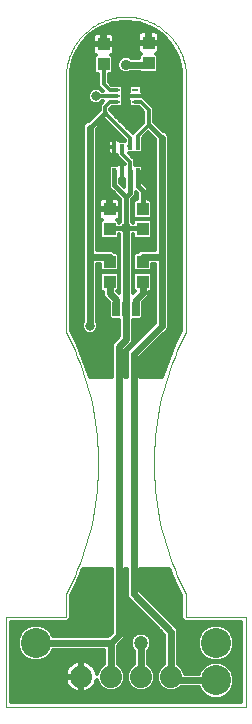
<source format=gtl>
G75*
%MOIN*%
%OFA0B0*%
%FSLAX25Y25*%
%IPPOS*%
%LPD*%
%AMOC8*
5,1,8,0,0,1.08239X$1,22.5*
%
%ADD10C,0.00000*%
%ADD11R,0.03937X0.04331*%
%ADD12C,0.07400*%
%ADD13R,0.02000X0.00980*%
%ADD14R,0.01378X0.01969*%
%ADD15R,0.02500X0.05000*%
%ADD16C,0.03169*%
%ADD17C,0.01200*%
%ADD18C,0.10000*%
%ADD19C,0.02400*%
%ADD20C,0.01600*%
%ADD21C,0.04724*%
%ADD22C,0.03562*%
D10*
X0047595Y0040183D02*
X0047595Y0070183D01*
X0067595Y0070183D01*
X0067595Y0077683D01*
X0047595Y0040183D02*
X0127595Y0040183D01*
X0127595Y0070183D01*
X0107595Y0070183D01*
X0107595Y0077683D01*
X0106569Y0079712D01*
X0105592Y0081765D01*
X0104665Y0083842D01*
X0103788Y0085939D01*
X0102962Y0088058D01*
X0102187Y0090195D01*
X0101463Y0092351D01*
X0100791Y0094523D01*
X0100171Y0096711D01*
X0099604Y0098912D01*
X0099090Y0101127D01*
X0098630Y0103354D01*
X0098223Y0105591D01*
X0097870Y0107837D01*
X0097570Y0110091D01*
X0097325Y0112352D01*
X0097134Y0114617D01*
X0096998Y0116887D01*
X0096916Y0119159D01*
X0096889Y0121433D01*
X0096916Y0123707D01*
X0096998Y0125979D01*
X0097134Y0128249D01*
X0097325Y0130514D01*
X0097570Y0132775D01*
X0097870Y0135029D01*
X0098223Y0137275D01*
X0098630Y0139512D01*
X0099090Y0141739D01*
X0099604Y0143954D01*
X0100171Y0146155D01*
X0100791Y0148343D01*
X0101463Y0150515D01*
X0102187Y0152671D01*
X0102962Y0154808D01*
X0103788Y0156927D01*
X0104665Y0159024D01*
X0105592Y0161101D01*
X0106569Y0163154D01*
X0107595Y0165183D01*
X0107595Y0250183D01*
X0107589Y0250670D01*
X0107571Y0251157D01*
X0107542Y0251643D01*
X0107500Y0252128D01*
X0107447Y0252612D01*
X0107382Y0253095D01*
X0107305Y0253576D01*
X0107217Y0254055D01*
X0107117Y0254532D01*
X0107005Y0255006D01*
X0106882Y0255477D01*
X0106747Y0255945D01*
X0106601Y0256410D01*
X0106444Y0256871D01*
X0106275Y0257328D01*
X0106096Y0257780D01*
X0105905Y0258229D01*
X0105704Y0258672D01*
X0105492Y0259111D01*
X0105269Y0259544D01*
X0105036Y0259971D01*
X0104792Y0260393D01*
X0104539Y0260809D01*
X0104275Y0261218D01*
X0104001Y0261621D01*
X0103718Y0262017D01*
X0103425Y0262406D01*
X0103123Y0262788D01*
X0102811Y0263163D01*
X0102490Y0263529D01*
X0102161Y0263888D01*
X0101823Y0264239D01*
X0101476Y0264581D01*
X0101122Y0264915D01*
X0100759Y0265240D01*
X0100388Y0265556D01*
X0100010Y0265863D01*
X0099625Y0266161D01*
X0099232Y0266449D01*
X0098833Y0266727D01*
X0098426Y0266996D01*
X0098014Y0267255D01*
X0097595Y0267504D01*
X0097170Y0267742D01*
X0096740Y0267970D01*
X0096304Y0268187D01*
X0095863Y0268394D01*
X0095417Y0268590D01*
X0094967Y0268775D01*
X0094512Y0268949D01*
X0094053Y0269112D01*
X0093590Y0269263D01*
X0093123Y0269404D01*
X0092654Y0269533D01*
X0092181Y0269650D01*
X0091706Y0269756D01*
X0091228Y0269850D01*
X0090748Y0269933D01*
X0090266Y0270004D01*
X0089782Y0270063D01*
X0089298Y0270110D01*
X0088812Y0270146D01*
X0088325Y0270170D01*
X0087839Y0270182D01*
X0087351Y0270182D01*
X0086865Y0270170D01*
X0086378Y0270146D01*
X0085892Y0270110D01*
X0085408Y0270063D01*
X0084924Y0270004D01*
X0084442Y0269933D01*
X0083962Y0269850D01*
X0083484Y0269756D01*
X0083009Y0269650D01*
X0082536Y0269533D01*
X0082067Y0269404D01*
X0081600Y0269263D01*
X0081137Y0269112D01*
X0080678Y0268949D01*
X0080223Y0268775D01*
X0079773Y0268590D01*
X0079327Y0268394D01*
X0078886Y0268187D01*
X0078450Y0267970D01*
X0078020Y0267742D01*
X0077595Y0267504D01*
X0077176Y0267255D01*
X0076764Y0266996D01*
X0076357Y0266727D01*
X0075958Y0266449D01*
X0075565Y0266161D01*
X0075180Y0265863D01*
X0074802Y0265556D01*
X0074431Y0265240D01*
X0074068Y0264915D01*
X0073714Y0264581D01*
X0073367Y0264239D01*
X0073029Y0263888D01*
X0072700Y0263529D01*
X0072379Y0263163D01*
X0072067Y0262788D01*
X0071765Y0262406D01*
X0071472Y0262017D01*
X0071189Y0261621D01*
X0070915Y0261218D01*
X0070651Y0260809D01*
X0070398Y0260393D01*
X0070154Y0259971D01*
X0069921Y0259544D01*
X0069698Y0259111D01*
X0069486Y0258672D01*
X0069285Y0258229D01*
X0069094Y0257780D01*
X0068915Y0257328D01*
X0068746Y0256871D01*
X0068589Y0256410D01*
X0068443Y0255945D01*
X0068308Y0255477D01*
X0068185Y0255006D01*
X0068073Y0254532D01*
X0067973Y0254055D01*
X0067885Y0253576D01*
X0067808Y0253095D01*
X0067743Y0252612D01*
X0067690Y0252128D01*
X0067648Y0251643D01*
X0067619Y0251157D01*
X0067601Y0250670D01*
X0067595Y0250183D01*
X0067595Y0165183D01*
X0068621Y0163154D01*
X0069598Y0161101D01*
X0070525Y0159024D01*
X0071402Y0156927D01*
X0072228Y0154808D01*
X0073003Y0152671D01*
X0073727Y0150515D01*
X0074399Y0148343D01*
X0075019Y0146155D01*
X0075586Y0143954D01*
X0076100Y0141739D01*
X0076560Y0139512D01*
X0076967Y0137275D01*
X0077320Y0135029D01*
X0077620Y0132775D01*
X0077865Y0130514D01*
X0078056Y0128249D01*
X0078192Y0125979D01*
X0078274Y0123707D01*
X0078301Y0121433D01*
X0078274Y0119159D01*
X0078192Y0116887D01*
X0078056Y0114617D01*
X0077865Y0112352D01*
X0077620Y0110091D01*
X0077320Y0107837D01*
X0076967Y0105591D01*
X0076560Y0103354D01*
X0076100Y0101127D01*
X0075586Y0098912D01*
X0075019Y0096711D01*
X0074399Y0094523D01*
X0073727Y0092351D01*
X0073003Y0090195D01*
X0072228Y0088058D01*
X0071402Y0085939D01*
X0070525Y0083842D01*
X0069598Y0081765D01*
X0068621Y0079712D01*
X0067595Y0077683D01*
D11*
X0082095Y0181837D03*
X0082095Y0188530D03*
X0082095Y0199337D03*
X0082095Y0206030D03*
X0093095Y0206030D03*
X0093095Y0199337D03*
X0093095Y0188530D03*
X0093095Y0181837D03*
X0095095Y0254837D03*
X0095095Y0261530D03*
X0080095Y0261030D03*
X0080095Y0254337D03*
D12*
X0082595Y0050183D03*
X0072595Y0050183D03*
X0092595Y0050183D03*
X0102595Y0050183D03*
D13*
X0090745Y0241723D03*
X0090745Y0243670D03*
X0090745Y0245675D03*
X0084538Y0245675D03*
X0084538Y0243670D03*
X0084538Y0241723D03*
D14*
X0083757Y0226719D03*
X0086316Y0226719D03*
X0088875Y0226719D03*
X0091434Y0226719D03*
X0091434Y0218648D03*
X0088875Y0218648D03*
X0086316Y0218648D03*
X0083757Y0218648D03*
D15*
X0084395Y0172683D03*
X0087595Y0172683D03*
X0090795Y0172683D03*
D16*
X0097595Y0157683D03*
X0093095Y0194183D03*
X0082095Y0194183D03*
X0075595Y0167183D03*
X0077595Y0157683D03*
X0079595Y0222683D03*
X0077595Y0243683D03*
X0095595Y0222683D03*
X0097595Y0243683D03*
X0097595Y0080183D03*
X0077595Y0080183D03*
D17*
X0082795Y0079771D02*
X0070486Y0079771D01*
X0069862Y0078573D02*
X0082795Y0078573D01*
X0082795Y0077374D02*
X0069238Y0077374D01*
X0069195Y0077292D02*
X0071687Y0082078D01*
X0073232Y0086183D01*
X0082795Y0086183D01*
X0082795Y0064886D01*
X0081642Y0063733D01*
X0063245Y0063733D01*
X0062766Y0064888D01*
X0061051Y0066604D01*
X0058809Y0067533D01*
X0056382Y0067533D01*
X0054140Y0066604D01*
X0052424Y0064888D01*
X0051495Y0062646D01*
X0051495Y0060220D01*
X0052424Y0057978D01*
X0054140Y0056262D01*
X0056382Y0055333D01*
X0058809Y0055333D01*
X0061051Y0056262D01*
X0062766Y0057978D01*
X0063245Y0059133D01*
X0080295Y0059133D01*
X0080295Y0054426D01*
X0079876Y0054252D01*
X0078526Y0052902D01*
X0077806Y0051164D01*
X0077765Y0051424D01*
X0077507Y0052218D01*
X0077128Y0052961D01*
X0076638Y0053636D01*
X0076048Y0054226D01*
X0075373Y0054716D01*
X0074630Y0055095D01*
X0073836Y0055353D01*
X0073012Y0055483D01*
X0072995Y0055483D01*
X0072995Y0050583D01*
X0072195Y0050583D01*
X0072195Y0049783D01*
X0067295Y0049783D01*
X0067295Y0049766D01*
X0067426Y0048942D01*
X0067683Y0048149D01*
X0068062Y0047405D01*
X0068553Y0046730D01*
X0069142Y0046140D01*
X0069817Y0045650D01*
X0070561Y0045271D01*
X0071354Y0045014D01*
X0072178Y0044883D01*
X0072195Y0044883D01*
X0072195Y0049783D01*
X0072995Y0049783D01*
X0072995Y0044883D01*
X0073012Y0044883D01*
X0073836Y0045014D01*
X0074630Y0045271D01*
X0075373Y0045650D01*
X0076048Y0046140D01*
X0076638Y0046730D01*
X0077128Y0047405D01*
X0077507Y0048149D01*
X0077765Y0048942D01*
X0077806Y0049202D01*
X0078526Y0047464D01*
X0079876Y0046114D01*
X0081640Y0045383D01*
X0083550Y0045383D01*
X0085314Y0046114D01*
X0086664Y0047464D01*
X0087395Y0049228D01*
X0087395Y0051138D01*
X0086664Y0052902D01*
X0085314Y0054252D01*
X0084895Y0054426D01*
X0084895Y0060480D01*
X0086048Y0061633D01*
X0087395Y0062980D01*
X0087395Y0086183D01*
X0087795Y0086183D01*
X0087795Y0076730D01*
X0089142Y0075383D01*
X0100295Y0064230D01*
X0100295Y0054426D01*
X0099876Y0054252D01*
X0098526Y0052902D01*
X0097795Y0051138D01*
X0097795Y0049228D01*
X0098526Y0047464D01*
X0099876Y0046114D01*
X0101640Y0045383D01*
X0103550Y0045383D01*
X0105314Y0046114D01*
X0105833Y0046633D01*
X0111945Y0046633D01*
X0112424Y0045478D01*
X0114140Y0043762D01*
X0116382Y0042833D01*
X0118809Y0042833D01*
X0121051Y0043762D01*
X0122766Y0045478D01*
X0123695Y0047720D01*
X0123695Y0050146D01*
X0122766Y0052388D01*
X0121051Y0054104D01*
X0118809Y0055033D01*
X0116382Y0055033D01*
X0114140Y0054104D01*
X0112424Y0052388D01*
X0111945Y0051233D01*
X0107356Y0051233D01*
X0106664Y0052902D01*
X0105314Y0054252D01*
X0104895Y0054426D01*
X0104895Y0066136D01*
X0092395Y0078636D01*
X0092395Y0086183D01*
X0101958Y0086183D01*
X0103504Y0082078D01*
X0105995Y0077292D01*
X0105995Y0069520D01*
X0106932Y0068583D01*
X0125995Y0068583D01*
X0125995Y0041783D01*
X0049195Y0041783D01*
X0049195Y0068583D01*
X0068258Y0068583D01*
X0069195Y0069520D01*
X0069195Y0077292D01*
X0069195Y0076176D02*
X0082795Y0076176D01*
X0082795Y0074977D02*
X0069195Y0074977D01*
X0069195Y0073779D02*
X0082795Y0073779D01*
X0082795Y0072580D02*
X0069195Y0072580D01*
X0069195Y0071382D02*
X0082795Y0071382D01*
X0082795Y0070183D02*
X0069195Y0070183D01*
X0068659Y0068985D02*
X0082795Y0068985D01*
X0082795Y0067786D02*
X0049195Y0067786D01*
X0049195Y0066588D02*
X0054123Y0066588D01*
X0052924Y0065389D02*
X0049195Y0065389D01*
X0049195Y0064191D02*
X0052135Y0064191D01*
X0051638Y0062992D02*
X0049195Y0062992D01*
X0049195Y0061793D02*
X0051495Y0061793D01*
X0051495Y0060595D02*
X0049195Y0060595D01*
X0049195Y0059396D02*
X0051836Y0059396D01*
X0052333Y0058198D02*
X0049195Y0058198D01*
X0049195Y0056999D02*
X0053402Y0056999D01*
X0055252Y0055801D02*
X0049195Y0055801D01*
X0049195Y0054602D02*
X0069661Y0054602D01*
X0069817Y0054716D02*
X0069142Y0054226D01*
X0068553Y0053636D01*
X0068062Y0052961D01*
X0067683Y0052218D01*
X0067426Y0051424D01*
X0067295Y0050600D01*
X0067295Y0050583D01*
X0072195Y0050583D01*
X0072195Y0055483D01*
X0072178Y0055483D01*
X0071354Y0055353D01*
X0070561Y0055095D01*
X0069817Y0054716D01*
X0072195Y0054602D02*
X0072995Y0054602D01*
X0072995Y0053404D02*
X0072195Y0053404D01*
X0072195Y0052205D02*
X0072995Y0052205D01*
X0072995Y0051007D02*
X0072195Y0051007D01*
X0072195Y0049808D02*
X0049195Y0049808D01*
X0049195Y0048610D02*
X0067534Y0048610D01*
X0068059Y0047411D02*
X0049195Y0047411D01*
X0049195Y0046213D02*
X0069070Y0046213D01*
X0067360Y0051007D02*
X0049195Y0051007D01*
X0049195Y0052205D02*
X0067679Y0052205D01*
X0068384Y0053404D02*
X0049195Y0053404D01*
X0049195Y0045014D02*
X0071352Y0045014D01*
X0072195Y0045014D02*
X0072995Y0045014D01*
X0073839Y0045014D02*
X0112887Y0045014D01*
X0112119Y0046213D02*
X0105413Y0046213D01*
X0106953Y0052205D02*
X0112348Y0052205D01*
X0113439Y0053404D02*
X0106162Y0053404D01*
X0104895Y0054602D02*
X0115342Y0054602D01*
X0115252Y0055801D02*
X0104895Y0055801D01*
X0104895Y0056999D02*
X0113402Y0056999D01*
X0114140Y0056262D02*
X0112424Y0057978D01*
X0111495Y0060220D01*
X0111495Y0062646D01*
X0112424Y0064888D01*
X0114140Y0066604D01*
X0116382Y0067533D01*
X0118809Y0067533D01*
X0121051Y0066604D01*
X0122766Y0064888D01*
X0123695Y0062646D01*
X0123695Y0060220D01*
X0122766Y0057978D01*
X0121051Y0056262D01*
X0118809Y0055333D01*
X0116382Y0055333D01*
X0114140Y0056262D01*
X0112333Y0058198D02*
X0104895Y0058198D01*
X0104895Y0059396D02*
X0111836Y0059396D01*
X0111495Y0060595D02*
X0104895Y0060595D01*
X0104895Y0061793D02*
X0111495Y0061793D01*
X0111638Y0062992D02*
X0104895Y0062992D01*
X0104895Y0064191D02*
X0112135Y0064191D01*
X0112924Y0065389D02*
X0104895Y0065389D01*
X0104443Y0066588D02*
X0114123Y0066588D01*
X0119938Y0055801D02*
X0125995Y0055801D01*
X0125995Y0056999D02*
X0121788Y0056999D01*
X0122858Y0058198D02*
X0125995Y0058198D01*
X0125995Y0059396D02*
X0123354Y0059396D01*
X0123695Y0060595D02*
X0125995Y0060595D01*
X0125995Y0061793D02*
X0123695Y0061793D01*
X0123552Y0062992D02*
X0125995Y0062992D01*
X0125995Y0064191D02*
X0123056Y0064191D01*
X0122266Y0065389D02*
X0125995Y0065389D01*
X0125995Y0066588D02*
X0121067Y0066588D01*
X0125995Y0067786D02*
X0103245Y0067786D01*
X0102046Y0068985D02*
X0106531Y0068985D01*
X0105995Y0070183D02*
X0100848Y0070183D01*
X0099649Y0071382D02*
X0105995Y0071382D01*
X0105995Y0072580D02*
X0098451Y0072580D01*
X0097252Y0073779D02*
X0105995Y0073779D01*
X0105995Y0074977D02*
X0096054Y0074977D01*
X0094855Y0076176D02*
X0105995Y0076176D01*
X0105952Y0077374D02*
X0093657Y0077374D01*
X0092458Y0078573D02*
X0105328Y0078573D01*
X0104704Y0079771D02*
X0092395Y0079771D01*
X0092395Y0080970D02*
X0104080Y0080970D01*
X0103470Y0082168D02*
X0092395Y0082168D01*
X0092395Y0083367D02*
X0103018Y0083367D01*
X0102567Y0084565D02*
X0092395Y0084565D01*
X0092395Y0085764D02*
X0102116Y0085764D01*
X0094342Y0070183D02*
X0087395Y0070183D01*
X0087395Y0068985D02*
X0095541Y0068985D01*
X0096739Y0067786D02*
X0087395Y0067786D01*
X0087395Y0066588D02*
X0097938Y0066588D01*
X0099136Y0065389D02*
X0087395Y0065389D01*
X0087395Y0064191D02*
X0090456Y0064191D01*
X0090634Y0064368D02*
X0089660Y0063394D01*
X0089133Y0062122D01*
X0089133Y0060744D01*
X0089660Y0059472D01*
X0090295Y0058837D01*
X0090295Y0054426D01*
X0089876Y0054252D01*
X0088526Y0052902D01*
X0087795Y0051138D01*
X0087795Y0049228D01*
X0088526Y0047464D01*
X0089876Y0046114D01*
X0091640Y0045383D01*
X0093550Y0045383D01*
X0095314Y0046114D01*
X0096664Y0047464D01*
X0097395Y0049228D01*
X0097395Y0051138D01*
X0096664Y0052902D01*
X0095314Y0054252D01*
X0094895Y0054426D01*
X0094895Y0058837D01*
X0095530Y0059472D01*
X0096057Y0060744D01*
X0096057Y0062122D01*
X0095530Y0063394D01*
X0094556Y0064368D01*
X0093284Y0064895D01*
X0091906Y0064895D01*
X0090634Y0064368D01*
X0089493Y0062992D02*
X0087395Y0062992D01*
X0086208Y0061793D02*
X0089133Y0061793D01*
X0089195Y0060595D02*
X0085010Y0060595D01*
X0084895Y0059396D02*
X0089735Y0059396D01*
X0090295Y0058198D02*
X0084895Y0058198D01*
X0084895Y0056999D02*
X0090295Y0056999D01*
X0090295Y0055801D02*
X0084895Y0055801D01*
X0084895Y0054602D02*
X0090295Y0054602D01*
X0089028Y0053404D02*
X0086163Y0053404D01*
X0086953Y0052205D02*
X0088237Y0052205D01*
X0087795Y0051007D02*
X0087395Y0051007D01*
X0087395Y0049808D02*
X0087795Y0049808D01*
X0088051Y0048610D02*
X0087139Y0048610D01*
X0086612Y0047411D02*
X0088579Y0047411D01*
X0089777Y0046213D02*
X0085413Y0046213D01*
X0080295Y0054602D02*
X0075529Y0054602D01*
X0076806Y0053404D02*
X0079028Y0053404D01*
X0078237Y0052205D02*
X0077511Y0052205D01*
X0077657Y0048610D02*
X0078051Y0048610D01*
X0078579Y0047411D02*
X0077131Y0047411D01*
X0076120Y0046213D02*
X0079777Y0046213D01*
X0080295Y0055801D02*
X0059938Y0055801D01*
X0061788Y0056999D02*
X0080295Y0056999D01*
X0080295Y0058198D02*
X0062858Y0058198D01*
X0063056Y0064191D02*
X0082100Y0064191D01*
X0082795Y0065389D02*
X0062266Y0065389D01*
X0061067Y0066588D02*
X0082795Y0066588D01*
X0087395Y0071382D02*
X0093144Y0071382D01*
X0091945Y0072580D02*
X0087395Y0072580D01*
X0087395Y0073779D02*
X0090747Y0073779D01*
X0089548Y0074977D02*
X0087395Y0074977D01*
X0087395Y0076176D02*
X0088350Y0076176D01*
X0087795Y0077374D02*
X0087395Y0077374D01*
X0087395Y0078573D02*
X0087795Y0078573D01*
X0087795Y0079771D02*
X0087395Y0079771D01*
X0087395Y0080970D02*
X0087795Y0080970D01*
X0087795Y0082168D02*
X0087395Y0082168D01*
X0087395Y0083367D02*
X0087795Y0083367D01*
X0087795Y0084565D02*
X0087395Y0084565D01*
X0087395Y0085764D02*
X0087795Y0085764D01*
X0082795Y0085764D02*
X0073074Y0085764D01*
X0072623Y0084565D02*
X0082795Y0084565D01*
X0082795Y0083367D02*
X0072172Y0083367D01*
X0071721Y0082168D02*
X0082795Y0082168D01*
X0082795Y0080970D02*
X0071110Y0080970D01*
X0071687Y0082078D02*
X0071687Y0082078D01*
X0072195Y0048610D02*
X0072995Y0048610D01*
X0072995Y0047411D02*
X0072195Y0047411D01*
X0072195Y0046213D02*
X0072995Y0046213D01*
X0095413Y0046213D02*
X0099777Y0046213D01*
X0098579Y0047411D02*
X0096612Y0047411D01*
X0097139Y0048610D02*
X0098051Y0048610D01*
X0097795Y0049808D02*
X0097395Y0049808D01*
X0097395Y0051007D02*
X0097795Y0051007D01*
X0098237Y0052205D02*
X0096953Y0052205D01*
X0096162Y0053404D02*
X0099028Y0053404D01*
X0100295Y0054602D02*
X0094895Y0054602D01*
X0094895Y0055801D02*
X0100295Y0055801D01*
X0100295Y0056999D02*
X0094895Y0056999D01*
X0094895Y0058198D02*
X0100295Y0058198D01*
X0100295Y0059396D02*
X0095455Y0059396D01*
X0095995Y0060595D02*
X0100295Y0060595D01*
X0100295Y0061793D02*
X0096057Y0061793D01*
X0095697Y0062992D02*
X0100295Y0062992D01*
X0100295Y0064191D02*
X0094734Y0064191D01*
X0114086Y0043816D02*
X0049195Y0043816D01*
X0049195Y0042617D02*
X0125995Y0042617D01*
X0125995Y0043816D02*
X0121105Y0043816D01*
X0122303Y0045014D02*
X0125995Y0045014D01*
X0125995Y0046213D02*
X0123071Y0046213D01*
X0123567Y0047411D02*
X0125995Y0047411D01*
X0125995Y0048610D02*
X0123695Y0048610D01*
X0123695Y0049808D02*
X0125995Y0049808D01*
X0125995Y0051007D02*
X0123339Y0051007D01*
X0122842Y0052205D02*
X0125995Y0052205D01*
X0125995Y0053404D02*
X0121751Y0053404D01*
X0119848Y0054602D02*
X0125995Y0054602D01*
X0099512Y0150183D02*
X0092395Y0150183D01*
X0092395Y0156730D01*
X0101895Y0166230D01*
X0101895Y0230636D01*
X0100548Y0231983D01*
X0099982Y0231983D01*
X0096795Y0235170D01*
X0096795Y0239887D01*
X0094256Y0242427D01*
X0093345Y0243338D01*
X0093345Y0243670D01*
X0090745Y0243670D01*
X0090745Y0243670D01*
X0093345Y0243670D01*
X0093345Y0244371D01*
X0093236Y0244778D01*
X0093025Y0245142D01*
X0092845Y0245323D01*
X0092845Y0246620D01*
X0092200Y0247265D01*
X0089289Y0247265D01*
X0088645Y0246620D01*
X0088645Y0245323D01*
X0088464Y0245142D01*
X0088254Y0244778D01*
X0088145Y0244371D01*
X0088145Y0243670D01*
X0088145Y0242969D01*
X0088254Y0242562D01*
X0088464Y0242198D01*
X0088645Y0242017D01*
X0088645Y0240777D01*
X0089289Y0240133D01*
X0089931Y0240133D01*
X0090041Y0240023D01*
X0091851Y0240023D01*
X0093395Y0238479D01*
X0093395Y0235170D01*
X0093195Y0234970D01*
X0093195Y0234687D01*
X0089845Y0231337D01*
X0089579Y0231604D01*
X0082495Y0238687D01*
X0082495Y0238970D01*
X0082295Y0239170D01*
X0082295Y0239479D01*
X0082839Y0240023D01*
X0085243Y0240023D01*
X0085353Y0240133D01*
X0085994Y0240133D01*
X0086638Y0240777D01*
X0086638Y0242668D01*
X0086610Y0242696D01*
X0086638Y0242724D01*
X0086638Y0244616D01*
X0086582Y0244672D01*
X0086638Y0244729D01*
X0086638Y0246620D01*
X0085994Y0247265D01*
X0085353Y0247265D01*
X0085234Y0247383D01*
X0082799Y0247383D01*
X0081795Y0248387D01*
X0081795Y0251071D01*
X0082519Y0251071D01*
X0083164Y0251716D01*
X0083164Y0256958D01*
X0082724Y0257398D01*
X0083046Y0257584D01*
X0083344Y0257882D01*
X0083555Y0258247D01*
X0083664Y0258654D01*
X0083664Y0260645D01*
X0080479Y0260645D01*
X0080479Y0261414D01*
X0079711Y0261414D01*
X0079711Y0264795D01*
X0077916Y0264795D01*
X0077509Y0264686D01*
X0077144Y0264475D01*
X0076846Y0264177D01*
X0076636Y0263812D01*
X0076527Y0263406D01*
X0076527Y0261414D01*
X0079711Y0261414D01*
X0079711Y0260645D01*
X0076527Y0260645D01*
X0076527Y0258654D01*
X0076636Y0258247D01*
X0076846Y0257882D01*
X0077144Y0257584D01*
X0077467Y0257398D01*
X0077027Y0256958D01*
X0077027Y0251716D01*
X0077671Y0251071D01*
X0078395Y0251071D01*
X0078395Y0246979D01*
X0079391Y0245983D01*
X0079991Y0245383D01*
X0079691Y0245383D01*
X0079116Y0245959D01*
X0078129Y0246367D01*
X0077061Y0246367D01*
X0076075Y0245959D01*
X0075320Y0245204D01*
X0074911Y0244217D01*
X0074911Y0243149D01*
X0075320Y0242163D01*
X0076075Y0241407D01*
X0077061Y0240999D01*
X0078129Y0240999D01*
X0079116Y0241407D01*
X0079691Y0241983D01*
X0079991Y0241983D01*
X0078895Y0240887D01*
X0078895Y0239170D01*
X0075208Y0235483D01*
X0074642Y0235483D01*
X0073295Y0234136D01*
X0073295Y0168645D01*
X0072911Y0167717D01*
X0072911Y0166649D01*
X0073320Y0165663D01*
X0074075Y0164907D01*
X0075061Y0164499D01*
X0076129Y0164499D01*
X0077116Y0164907D01*
X0077871Y0165663D01*
X0078279Y0166649D01*
X0078279Y0167717D01*
X0077895Y0168645D01*
X0077895Y0187883D01*
X0079027Y0187883D01*
X0079027Y0185909D01*
X0079671Y0185264D01*
X0084519Y0185264D01*
X0085164Y0185909D01*
X0085164Y0191151D01*
X0084519Y0191795D01*
X0083736Y0191795D01*
X0083048Y0192483D01*
X0077895Y0192483D01*
X0077895Y0232796D01*
X0080737Y0235637D01*
X0087175Y0229199D01*
X0087175Y0228803D01*
X0085608Y0228803D01*
X0085428Y0228983D01*
X0085063Y0229194D01*
X0084656Y0229303D01*
X0083757Y0229303D01*
X0083757Y0226719D01*
X0083756Y0226719D01*
X0083756Y0226718D01*
X0081468Y0226718D01*
X0081468Y0225524D01*
X0081577Y0225117D01*
X0081787Y0224752D01*
X0082085Y0224454D01*
X0082450Y0224243D01*
X0082857Y0224134D01*
X0083756Y0224134D01*
X0083756Y0226718D01*
X0083757Y0226718D01*
X0083757Y0224134D01*
X0084616Y0224134D01*
X0084616Y0223758D01*
X0087142Y0221232D01*
X0086316Y0221232D01*
X0086316Y0218648D01*
X0086316Y0218648D01*
X0086316Y0221232D01*
X0085416Y0221232D01*
X0085009Y0221123D01*
X0084644Y0220912D01*
X0084464Y0220732D01*
X0082612Y0220732D01*
X0081968Y0220088D01*
X0081968Y0219546D01*
X0081857Y0219435D01*
X0081857Y0213235D01*
X0085695Y0209396D01*
X0085695Y0201858D01*
X0085421Y0201583D01*
X0085164Y0201583D01*
X0085164Y0201958D01*
X0084724Y0202398D01*
X0085046Y0202584D01*
X0085344Y0202882D01*
X0085555Y0203247D01*
X0085664Y0203654D01*
X0085664Y0205645D01*
X0082479Y0205645D01*
X0082479Y0206414D01*
X0081711Y0206414D01*
X0081711Y0209795D01*
X0079916Y0209795D01*
X0079509Y0209686D01*
X0079144Y0209475D01*
X0078846Y0209177D01*
X0078636Y0208812D01*
X0078527Y0208406D01*
X0078527Y0206414D01*
X0081711Y0206414D01*
X0081711Y0205645D01*
X0078527Y0205645D01*
X0078527Y0203654D01*
X0078636Y0203247D01*
X0078846Y0202882D01*
X0079144Y0202584D01*
X0079467Y0202398D01*
X0079027Y0201958D01*
X0079027Y0196716D01*
X0079671Y0196071D01*
X0084519Y0196071D01*
X0085164Y0196716D01*
X0085164Y0197783D01*
X0085295Y0197783D01*
X0085295Y0178236D01*
X0084739Y0178791D01*
X0085164Y0179216D01*
X0085164Y0184458D01*
X0084519Y0185102D01*
X0079671Y0185102D01*
X0079027Y0184458D01*
X0079027Y0179216D01*
X0079671Y0178571D01*
X0079795Y0178571D01*
X0079795Y0177230D01*
X0082045Y0174980D01*
X0082045Y0169727D01*
X0082689Y0169083D01*
X0085295Y0169083D01*
X0085295Y0163636D01*
X0084142Y0162483D01*
X0082795Y0161136D01*
X0082795Y0150183D01*
X0075678Y0150183D01*
X0071687Y0160788D01*
X0069195Y0165575D01*
X0069195Y0250183D01*
X0069329Y0252401D01*
X0070391Y0256708D01*
X0072452Y0260635D01*
X0075394Y0263956D01*
X0079044Y0266475D01*
X0083192Y0268048D01*
X0087595Y0268583D01*
X0091999Y0268048D01*
X0096146Y0266475D01*
X0099797Y0263956D01*
X0102738Y0260635D01*
X0104799Y0256708D01*
X0105861Y0252401D01*
X0105995Y0250183D01*
X0105995Y0165575D01*
X0103504Y0160788D01*
X0099512Y0150183D01*
X0099625Y0150483D02*
X0092395Y0150483D01*
X0092395Y0151682D02*
X0100076Y0151682D01*
X0100527Y0152880D02*
X0092395Y0152880D01*
X0092395Y0154079D02*
X0100978Y0154079D01*
X0101429Y0155277D02*
X0092395Y0155277D01*
X0092395Y0156476D02*
X0101880Y0156476D01*
X0102332Y0157674D02*
X0093339Y0157674D01*
X0094538Y0158873D02*
X0102783Y0158873D01*
X0103234Y0160071D02*
X0095736Y0160071D01*
X0096935Y0161270D02*
X0103754Y0161270D01*
X0103504Y0160788D02*
X0103504Y0160788D01*
X0104378Y0162468D02*
X0098133Y0162468D01*
X0099332Y0163667D02*
X0105002Y0163667D01*
X0105626Y0164865D02*
X0100530Y0164865D01*
X0101729Y0166064D02*
X0105995Y0166064D01*
X0105995Y0167262D02*
X0101895Y0167262D01*
X0101895Y0168461D02*
X0105995Y0168461D01*
X0105995Y0169660D02*
X0101895Y0169660D01*
X0101895Y0170858D02*
X0105995Y0170858D01*
X0105995Y0172057D02*
X0101895Y0172057D01*
X0101895Y0173255D02*
X0105995Y0173255D01*
X0105995Y0174454D02*
X0101895Y0174454D01*
X0101895Y0175652D02*
X0105995Y0175652D01*
X0105995Y0176851D02*
X0101895Y0176851D01*
X0101895Y0178049D02*
X0105995Y0178049D01*
X0105995Y0179248D02*
X0101895Y0179248D01*
X0101895Y0180446D02*
X0105995Y0180446D01*
X0105995Y0181645D02*
X0101895Y0181645D01*
X0101895Y0182843D02*
X0105995Y0182843D01*
X0105995Y0184042D02*
X0101895Y0184042D01*
X0101895Y0185240D02*
X0105995Y0185240D01*
X0105995Y0186439D02*
X0101895Y0186439D01*
X0101895Y0187637D02*
X0105995Y0187637D01*
X0105995Y0188836D02*
X0101895Y0188836D01*
X0101895Y0190034D02*
X0105995Y0190034D01*
X0105995Y0191233D02*
X0101895Y0191233D01*
X0101895Y0192431D02*
X0105995Y0192431D01*
X0105995Y0193630D02*
X0101895Y0193630D01*
X0101895Y0194828D02*
X0105995Y0194828D01*
X0105995Y0196027D02*
X0101895Y0196027D01*
X0101895Y0197225D02*
X0105995Y0197225D01*
X0105995Y0198424D02*
X0101895Y0198424D01*
X0101895Y0199622D02*
X0105995Y0199622D01*
X0105995Y0200821D02*
X0101895Y0200821D01*
X0101895Y0202019D02*
X0105995Y0202019D01*
X0105995Y0203218D02*
X0101895Y0203218D01*
X0101895Y0204416D02*
X0105995Y0204416D01*
X0105995Y0205615D02*
X0101895Y0205615D01*
X0101895Y0206813D02*
X0105995Y0206813D01*
X0105995Y0208012D02*
X0101895Y0208012D01*
X0101895Y0209210D02*
X0105995Y0209210D01*
X0105995Y0210409D02*
X0101895Y0210409D01*
X0101895Y0211607D02*
X0105995Y0211607D01*
X0105995Y0212806D02*
X0101895Y0212806D01*
X0101895Y0214004D02*
X0105995Y0214004D01*
X0105995Y0215203D02*
X0101895Y0215203D01*
X0101895Y0216401D02*
X0105995Y0216401D01*
X0105995Y0217600D02*
X0101895Y0217600D01*
X0101895Y0218798D02*
X0105995Y0218798D01*
X0105995Y0219997D02*
X0101895Y0219997D01*
X0101895Y0221195D02*
X0105995Y0221195D01*
X0105995Y0222394D02*
X0101895Y0222394D01*
X0101895Y0223593D02*
X0105995Y0223593D01*
X0105995Y0224791D02*
X0101895Y0224791D01*
X0101895Y0225990D02*
X0105995Y0225990D01*
X0105995Y0227188D02*
X0101895Y0227188D01*
X0101895Y0228387D02*
X0105995Y0228387D01*
X0105995Y0229585D02*
X0101895Y0229585D01*
X0101747Y0230784D02*
X0105995Y0230784D01*
X0105995Y0231982D02*
X0100549Y0231982D01*
X0098785Y0233181D02*
X0105995Y0233181D01*
X0105995Y0234379D02*
X0097586Y0234379D01*
X0096795Y0235578D02*
X0105995Y0235578D01*
X0105995Y0236776D02*
X0096795Y0236776D01*
X0096795Y0237975D02*
X0105995Y0237975D01*
X0105995Y0239173D02*
X0096795Y0239173D01*
X0096311Y0240372D02*
X0105995Y0240372D01*
X0105995Y0241570D02*
X0095112Y0241570D01*
X0094256Y0242427D02*
X0094256Y0242427D01*
X0093914Y0242769D02*
X0105995Y0242769D01*
X0105995Y0243967D02*
X0093345Y0243967D01*
X0093002Y0245166D02*
X0105995Y0245166D01*
X0105995Y0246364D02*
X0092845Y0246364D01*
X0090745Y0243670D02*
X0090745Y0243670D01*
X0088145Y0243670D01*
X0090745Y0243670D01*
X0090745Y0241723D02*
X0092556Y0241723D01*
X0095095Y0239183D01*
X0095095Y0234183D01*
X0091434Y0230522D01*
X0091434Y0226719D01*
X0091595Y0226880D01*
X0093223Y0225279D02*
X0092578Y0224634D01*
X0090289Y0224634D01*
X0090154Y0224769D01*
X0090019Y0224634D01*
X0088548Y0224634D01*
X0090575Y0222608D01*
X0090575Y0220732D01*
X0092578Y0220732D01*
X0093223Y0220088D01*
X0093223Y0219546D01*
X0093334Y0219435D01*
X0093334Y0214631D01*
X0094995Y0212970D01*
X0094995Y0209295D01*
X0095519Y0209295D01*
X0096164Y0208651D01*
X0096164Y0203409D01*
X0095519Y0202764D01*
X0090671Y0202764D01*
X0090027Y0203409D01*
X0090027Y0208651D01*
X0090671Y0209295D01*
X0091195Y0209295D01*
X0091195Y0211396D01*
X0090775Y0211817D01*
X0090775Y0210676D01*
X0089495Y0209396D01*
X0089495Y0201858D01*
X0089770Y0201583D01*
X0090027Y0201583D01*
X0090027Y0201958D01*
X0090671Y0202602D01*
X0095519Y0202602D01*
X0096164Y0201958D01*
X0096164Y0196716D01*
X0095519Y0196071D01*
X0090671Y0196071D01*
X0090027Y0196716D01*
X0090027Y0197783D01*
X0089895Y0197783D01*
X0089895Y0178236D01*
X0090451Y0178791D01*
X0090027Y0179216D01*
X0090027Y0184458D01*
X0090671Y0185102D01*
X0095519Y0185102D01*
X0096164Y0184458D01*
X0096164Y0179216D01*
X0095519Y0178571D01*
X0095395Y0178571D01*
X0095395Y0177230D01*
X0093145Y0174980D01*
X0093145Y0169727D01*
X0092501Y0169083D01*
X0089895Y0169083D01*
X0089895Y0161730D01*
X0088548Y0160383D01*
X0088548Y0160383D01*
X0087395Y0159230D01*
X0087395Y0150183D01*
X0087795Y0150183D01*
X0087795Y0158636D01*
X0097295Y0168136D01*
X0097295Y0187883D01*
X0096164Y0187883D01*
X0096164Y0185909D01*
X0095519Y0185264D01*
X0090671Y0185264D01*
X0090027Y0185909D01*
X0090027Y0191151D01*
X0090671Y0191795D01*
X0091454Y0191795D01*
X0092142Y0192483D01*
X0097295Y0192483D01*
X0097295Y0229296D01*
X0094954Y0231637D01*
X0093134Y0229817D01*
X0093134Y0228247D01*
X0093223Y0228158D01*
X0093223Y0227657D01*
X0093295Y0227584D01*
X0093295Y0226176D01*
X0093223Y0226103D01*
X0093223Y0225279D01*
X0092735Y0224791D02*
X0097295Y0224791D01*
X0097295Y0223593D02*
X0089590Y0223593D01*
X0090575Y0222394D02*
X0097295Y0222394D01*
X0097295Y0221195D02*
X0090575Y0221195D01*
X0088875Y0221904D02*
X0088875Y0218648D01*
X0086975Y0216063D02*
X0086975Y0213491D01*
X0085657Y0214809D01*
X0085657Y0216063D01*
X0086316Y0216063D01*
X0086975Y0216063D01*
X0086316Y0216063D02*
X0086316Y0218648D01*
X0086316Y0218648D01*
X0086316Y0216063D01*
X0086316Y0216401D02*
X0086316Y0216401D01*
X0086316Y0217600D02*
X0086316Y0217600D01*
X0086316Y0218798D02*
X0086316Y0218798D01*
X0086316Y0219997D02*
X0086316Y0219997D01*
X0086316Y0221195D02*
X0086316Y0221195D01*
X0085280Y0221195D02*
X0077895Y0221195D01*
X0077895Y0219997D02*
X0081968Y0219997D01*
X0081857Y0218798D02*
X0077895Y0218798D01*
X0077895Y0217600D02*
X0081857Y0217600D01*
X0081857Y0216401D02*
X0077895Y0216401D01*
X0077895Y0215203D02*
X0081857Y0215203D01*
X0081857Y0214004D02*
X0077895Y0214004D01*
X0077895Y0212806D02*
X0082285Y0212806D01*
X0083484Y0211607D02*
X0077895Y0211607D01*
X0077895Y0210409D02*
X0084682Y0210409D01*
X0084681Y0209686D02*
X0084274Y0209795D01*
X0082479Y0209795D01*
X0082479Y0206414D01*
X0085664Y0206414D01*
X0085664Y0208406D01*
X0085555Y0208812D01*
X0085344Y0209177D01*
X0085046Y0209475D01*
X0084681Y0209686D01*
X0085311Y0209210D02*
X0085695Y0209210D01*
X0085664Y0208012D02*
X0085695Y0208012D01*
X0085664Y0206813D02*
X0085695Y0206813D01*
X0085664Y0205615D02*
X0085695Y0205615D01*
X0085664Y0204416D02*
X0085695Y0204416D01*
X0085695Y0203218D02*
X0085538Y0203218D01*
X0085695Y0202019D02*
X0085102Y0202019D01*
X0085164Y0197225D02*
X0085295Y0197225D01*
X0085295Y0196027D02*
X0077895Y0196027D01*
X0077895Y0197225D02*
X0079027Y0197225D01*
X0079027Y0198424D02*
X0077895Y0198424D01*
X0077895Y0199622D02*
X0079027Y0199622D01*
X0079027Y0200821D02*
X0077895Y0200821D01*
X0077895Y0202019D02*
X0079088Y0202019D01*
X0078652Y0203218D02*
X0077895Y0203218D01*
X0077895Y0204416D02*
X0078527Y0204416D01*
X0078527Y0205615D02*
X0077895Y0205615D01*
X0077895Y0206813D02*
X0078527Y0206813D01*
X0078527Y0208012D02*
X0077895Y0208012D01*
X0077895Y0209210D02*
X0078879Y0209210D01*
X0081711Y0209210D02*
X0082479Y0209210D01*
X0082479Y0208012D02*
X0081711Y0208012D01*
X0081711Y0206813D02*
X0082479Y0206813D01*
X0086461Y0214004D02*
X0086975Y0214004D01*
X0086975Y0215203D02*
X0085657Y0215203D01*
X0085980Y0222394D02*
X0077895Y0222394D01*
X0077895Y0223593D02*
X0084782Y0223593D01*
X0083757Y0224791D02*
X0083756Y0224791D01*
X0083756Y0225990D02*
X0083757Y0225990D01*
X0083756Y0226719D02*
X0081468Y0226719D01*
X0081468Y0227913D01*
X0081577Y0228320D01*
X0081787Y0228685D01*
X0082085Y0228983D01*
X0082450Y0229194D01*
X0082857Y0229303D01*
X0083756Y0229303D01*
X0083756Y0226719D01*
X0083756Y0227188D02*
X0083757Y0227188D01*
X0083756Y0228387D02*
X0083757Y0228387D01*
X0081615Y0228387D02*
X0077895Y0228387D01*
X0077895Y0229585D02*
X0086789Y0229585D01*
X0085590Y0230784D02*
X0077895Y0230784D01*
X0077895Y0231982D02*
X0084392Y0231982D01*
X0083193Y0233181D02*
X0078280Y0233181D01*
X0079478Y0234379D02*
X0081995Y0234379D01*
X0080796Y0235578D02*
X0080677Y0235578D01*
X0080595Y0238183D02*
X0088875Y0229904D01*
X0088875Y0226719D01*
X0088595Y0226998D01*
X0086316Y0226719D02*
X0086316Y0224463D01*
X0088875Y0221904D01*
X0093223Y0219997D02*
X0097295Y0219997D01*
X0097295Y0218798D02*
X0093334Y0218798D01*
X0093334Y0217600D02*
X0097295Y0217600D01*
X0097295Y0216401D02*
X0093334Y0216401D01*
X0093334Y0215203D02*
X0097295Y0215203D01*
X0097295Y0214004D02*
X0093961Y0214004D01*
X0094995Y0212806D02*
X0097295Y0212806D01*
X0097295Y0211607D02*
X0094995Y0211607D01*
X0094995Y0210409D02*
X0097295Y0210409D01*
X0097295Y0209210D02*
X0095604Y0209210D01*
X0096164Y0208012D02*
X0097295Y0208012D01*
X0097295Y0206813D02*
X0096164Y0206813D01*
X0096164Y0205615D02*
X0097295Y0205615D01*
X0097295Y0204416D02*
X0096164Y0204416D01*
X0095973Y0203218D02*
X0097295Y0203218D01*
X0097295Y0202019D02*
X0096102Y0202019D01*
X0096164Y0200821D02*
X0097295Y0200821D01*
X0097295Y0199622D02*
X0096164Y0199622D01*
X0096164Y0198424D02*
X0097295Y0198424D01*
X0097295Y0197225D02*
X0096164Y0197225D01*
X0097295Y0196027D02*
X0089895Y0196027D01*
X0089895Y0197225D02*
X0090027Y0197225D01*
X0089895Y0194828D02*
X0097295Y0194828D01*
X0097295Y0193630D02*
X0089895Y0193630D01*
X0089895Y0192431D02*
X0092091Y0192431D01*
X0090109Y0191233D02*
X0089895Y0191233D01*
X0089895Y0190034D02*
X0090027Y0190034D01*
X0090027Y0188836D02*
X0089895Y0188836D01*
X0089895Y0187637D02*
X0090027Y0187637D01*
X0090027Y0186439D02*
X0089895Y0186439D01*
X0089895Y0185240D02*
X0097295Y0185240D01*
X0097295Y0184042D02*
X0096164Y0184042D01*
X0096164Y0182843D02*
X0097295Y0182843D01*
X0097295Y0181645D02*
X0096164Y0181645D01*
X0096164Y0180446D02*
X0097295Y0180446D01*
X0097295Y0179248D02*
X0096164Y0179248D01*
X0095395Y0178049D02*
X0097295Y0178049D01*
X0097295Y0176851D02*
X0095015Y0176851D01*
X0093817Y0175652D02*
X0097295Y0175652D01*
X0097295Y0174454D02*
X0093145Y0174454D01*
X0093145Y0173255D02*
X0097295Y0173255D01*
X0097295Y0172057D02*
X0093145Y0172057D01*
X0093145Y0170858D02*
X0097295Y0170858D01*
X0097295Y0169660D02*
X0093077Y0169660D01*
X0095223Y0166064D02*
X0089895Y0166064D01*
X0089895Y0167262D02*
X0096422Y0167262D01*
X0097295Y0168461D02*
X0089895Y0168461D01*
X0089895Y0164865D02*
X0094025Y0164865D01*
X0092826Y0163667D02*
X0089895Y0163667D01*
X0089895Y0162468D02*
X0091628Y0162468D01*
X0090429Y0161270D02*
X0089435Y0161270D01*
X0089231Y0160071D02*
X0088236Y0160071D01*
X0088032Y0158873D02*
X0087395Y0158873D01*
X0087395Y0157674D02*
X0087795Y0157674D01*
X0087795Y0156476D02*
X0087395Y0156476D01*
X0087395Y0155277D02*
X0087795Y0155277D01*
X0087795Y0154079D02*
X0087395Y0154079D01*
X0087395Y0152880D02*
X0087795Y0152880D01*
X0087795Y0151682D02*
X0087395Y0151682D01*
X0087395Y0150483D02*
X0087795Y0150483D01*
X0082795Y0150483D02*
X0075565Y0150483D01*
X0075114Y0151682D02*
X0082795Y0151682D01*
X0082795Y0152880D02*
X0074663Y0152880D01*
X0074212Y0154079D02*
X0082795Y0154079D01*
X0082795Y0155277D02*
X0073761Y0155277D01*
X0073310Y0156476D02*
X0082795Y0156476D01*
X0082795Y0157674D02*
X0072859Y0157674D01*
X0072408Y0158873D02*
X0082795Y0158873D01*
X0082795Y0160071D02*
X0071957Y0160071D01*
X0071687Y0160788D02*
X0071687Y0160788D01*
X0071436Y0161270D02*
X0082929Y0161270D01*
X0084128Y0162468D02*
X0070812Y0162468D01*
X0070188Y0163667D02*
X0085295Y0163667D01*
X0085295Y0164865D02*
X0077014Y0164865D01*
X0078037Y0166064D02*
X0085295Y0166064D01*
X0085295Y0167262D02*
X0078279Y0167262D01*
X0077971Y0168461D02*
X0085295Y0168461D01*
X0084142Y0162483D02*
X0084142Y0162483D01*
X0082113Y0169660D02*
X0077895Y0169660D01*
X0077895Y0170858D02*
X0082045Y0170858D01*
X0082045Y0172057D02*
X0077895Y0172057D01*
X0077895Y0173255D02*
X0082045Y0173255D01*
X0082045Y0174454D02*
X0077895Y0174454D01*
X0077895Y0175652D02*
X0081373Y0175652D01*
X0080175Y0176851D02*
X0077895Y0176851D01*
X0077895Y0178049D02*
X0079795Y0178049D01*
X0079027Y0179248D02*
X0077895Y0179248D01*
X0077895Y0180446D02*
X0079027Y0180446D01*
X0079027Y0181645D02*
X0077895Y0181645D01*
X0077895Y0182843D02*
X0079027Y0182843D01*
X0079027Y0184042D02*
X0077895Y0184042D01*
X0077895Y0185240D02*
X0085295Y0185240D01*
X0085295Y0184042D02*
X0085164Y0184042D01*
X0085164Y0182843D02*
X0085295Y0182843D01*
X0085295Y0181645D02*
X0085164Y0181645D01*
X0085164Y0180446D02*
X0085295Y0180446D01*
X0085295Y0179248D02*
X0085164Y0179248D01*
X0085164Y0186439D02*
X0085295Y0186439D01*
X0085295Y0187637D02*
X0085164Y0187637D01*
X0085164Y0188836D02*
X0085295Y0188836D01*
X0085295Y0190034D02*
X0085164Y0190034D01*
X0085081Y0191233D02*
X0085295Y0191233D01*
X0085295Y0192431D02*
X0083100Y0192431D01*
X0085295Y0193630D02*
X0077895Y0193630D01*
X0077895Y0194828D02*
X0085295Y0194828D01*
X0089495Y0202019D02*
X0090088Y0202019D01*
X0090217Y0203218D02*
X0089495Y0203218D01*
X0089495Y0204416D02*
X0090027Y0204416D01*
X0090027Y0205615D02*
X0089495Y0205615D01*
X0089495Y0206813D02*
X0090027Y0206813D01*
X0090027Y0208012D02*
X0089495Y0208012D01*
X0089495Y0209210D02*
X0090587Y0209210D01*
X0090508Y0210409D02*
X0091195Y0210409D01*
X0090984Y0211607D02*
X0090775Y0211607D01*
X0093223Y0225990D02*
X0097295Y0225990D01*
X0097295Y0227188D02*
X0093295Y0227188D01*
X0093134Y0228387D02*
X0097295Y0228387D01*
X0097006Y0229585D02*
X0093134Y0229585D01*
X0094100Y0230784D02*
X0095808Y0230784D01*
X0093395Y0235578D02*
X0085605Y0235578D01*
X0084406Y0236776D02*
X0093395Y0236776D01*
X0093395Y0237975D02*
X0083208Y0237975D01*
X0082295Y0239173D02*
X0092701Y0239173D01*
X0092887Y0234379D02*
X0086803Y0234379D01*
X0088002Y0233181D02*
X0091689Y0233181D01*
X0090490Y0231982D02*
X0089200Y0231982D01*
X0089050Y0240372D02*
X0086233Y0240372D01*
X0086638Y0241570D02*
X0088645Y0241570D01*
X0088199Y0242769D02*
X0086638Y0242769D01*
X0086638Y0243967D02*
X0088145Y0243967D01*
X0088488Y0245166D02*
X0086638Y0245166D01*
X0086638Y0246364D02*
X0088645Y0246364D01*
X0088168Y0251302D02*
X0087022Y0251302D01*
X0085963Y0251741D01*
X0085153Y0252551D01*
X0084714Y0253610D01*
X0084714Y0254756D01*
X0085153Y0255815D01*
X0085963Y0256626D01*
X0087022Y0257064D01*
X0088168Y0257064D01*
X0089227Y0256626D01*
X0089370Y0256483D01*
X0092027Y0256483D01*
X0092027Y0257458D01*
X0092467Y0257898D01*
X0092144Y0258084D01*
X0091846Y0258382D01*
X0091636Y0258747D01*
X0091527Y0259154D01*
X0091527Y0261145D01*
X0094711Y0261145D01*
X0094711Y0261914D01*
X0094711Y0265295D01*
X0092916Y0265295D01*
X0092509Y0265186D01*
X0092144Y0264975D01*
X0091846Y0264677D01*
X0091636Y0264312D01*
X0091527Y0263906D01*
X0091527Y0261914D01*
X0094711Y0261914D01*
X0095479Y0261914D01*
X0095479Y0265295D01*
X0097274Y0265295D01*
X0097681Y0265186D01*
X0098046Y0264975D01*
X0098344Y0264677D01*
X0098555Y0264312D01*
X0098664Y0263906D01*
X0098664Y0261914D01*
X0095479Y0261914D01*
X0095479Y0261145D01*
X0098664Y0261145D01*
X0098664Y0259154D01*
X0098555Y0258747D01*
X0098344Y0258382D01*
X0098046Y0258084D01*
X0097724Y0257898D01*
X0098164Y0257458D01*
X0098164Y0252216D01*
X0097519Y0251571D01*
X0092671Y0251571D01*
X0092359Y0251883D01*
X0089370Y0251883D01*
X0089227Y0251741D01*
X0088168Y0251302D01*
X0085347Y0252357D02*
X0083164Y0252357D01*
X0083164Y0253555D02*
X0084737Y0253555D01*
X0084714Y0254754D02*
X0083164Y0254754D01*
X0083164Y0255952D02*
X0085290Y0255952D01*
X0082970Y0257151D02*
X0092027Y0257151D01*
X0091879Y0258349D02*
X0083582Y0258349D01*
X0083664Y0259548D02*
X0091527Y0259548D01*
X0091527Y0260746D02*
X0080479Y0260746D01*
X0080479Y0261414D02*
X0083664Y0261414D01*
X0083664Y0263406D01*
X0083555Y0263812D01*
X0083344Y0264177D01*
X0083046Y0264475D01*
X0082681Y0264686D01*
X0082274Y0264795D01*
X0080479Y0264795D01*
X0080479Y0261414D01*
X0080479Y0261945D02*
X0079711Y0261945D01*
X0079711Y0263143D02*
X0080479Y0263143D01*
X0080479Y0264342D02*
X0079711Y0264342D01*
X0077690Y0265540D02*
X0097501Y0265540D01*
X0098538Y0264342D02*
X0099237Y0264342D01*
X0098664Y0263143D02*
X0100516Y0263143D01*
X0101578Y0261945D02*
X0098664Y0261945D01*
X0098664Y0260746D02*
X0102640Y0260746D01*
X0103309Y0259548D02*
X0098664Y0259548D01*
X0098312Y0258349D02*
X0103938Y0258349D01*
X0104567Y0257151D02*
X0098164Y0257151D01*
X0098164Y0255952D02*
X0104986Y0255952D01*
X0105281Y0254754D02*
X0098164Y0254754D01*
X0098164Y0253555D02*
X0105576Y0253555D01*
X0105864Y0252357D02*
X0098164Y0252357D01*
X0095479Y0261945D02*
X0094711Y0261945D01*
X0094711Y0263143D02*
X0095479Y0263143D01*
X0095479Y0264342D02*
X0094711Y0264342D01*
X0095451Y0266739D02*
X0079739Y0266739D01*
X0077011Y0264342D02*
X0075953Y0264342D01*
X0076527Y0263143D02*
X0074674Y0263143D01*
X0073612Y0261945D02*
X0076527Y0261945D01*
X0076527Y0259548D02*
X0071881Y0259548D01*
X0071252Y0258349D02*
X0076608Y0258349D01*
X0077220Y0257151D02*
X0070623Y0257151D01*
X0070205Y0255952D02*
X0077027Y0255952D01*
X0077027Y0254754D02*
X0069909Y0254754D01*
X0069614Y0253555D02*
X0077027Y0253555D01*
X0077027Y0252357D02*
X0069327Y0252357D01*
X0069254Y0251158D02*
X0077584Y0251158D01*
X0078395Y0249960D02*
X0069195Y0249960D01*
X0069195Y0248761D02*
X0078395Y0248761D01*
X0078395Y0247563D02*
X0069195Y0247563D01*
X0069195Y0246364D02*
X0077054Y0246364D01*
X0078137Y0246364D02*
X0079010Y0246364D01*
X0080095Y0247683D02*
X0080095Y0254337D01*
X0082606Y0251158D02*
X0105936Y0251158D01*
X0105995Y0249960D02*
X0081795Y0249960D01*
X0081795Y0248761D02*
X0105995Y0248761D01*
X0105995Y0247563D02*
X0082620Y0247563D01*
X0082095Y0245683D02*
X0080095Y0247683D01*
X0082095Y0245683D02*
X0084530Y0245683D01*
X0084538Y0245675D01*
X0084525Y0243683D02*
X0077595Y0243683D01*
X0079278Y0241570D02*
X0079578Y0241570D01*
X0078895Y0240372D02*
X0069195Y0240372D01*
X0069195Y0241570D02*
X0075912Y0241570D01*
X0075068Y0242769D02*
X0069195Y0242769D01*
X0069195Y0243967D02*
X0074911Y0243967D01*
X0075304Y0245166D02*
X0069195Y0245166D01*
X0069195Y0239173D02*
X0078895Y0239173D01*
X0077700Y0237975D02*
X0069195Y0237975D01*
X0069195Y0236776D02*
X0076501Y0236776D01*
X0075303Y0235578D02*
X0069195Y0235578D01*
X0069195Y0234379D02*
X0073539Y0234379D01*
X0073295Y0233181D02*
X0069195Y0233181D01*
X0069195Y0231982D02*
X0073295Y0231982D01*
X0073295Y0230784D02*
X0069195Y0230784D01*
X0069195Y0229585D02*
X0073295Y0229585D01*
X0073295Y0228387D02*
X0069195Y0228387D01*
X0069195Y0227188D02*
X0073295Y0227188D01*
X0073295Y0225990D02*
X0069195Y0225990D01*
X0069195Y0224791D02*
X0073295Y0224791D01*
X0073295Y0223593D02*
X0069195Y0223593D01*
X0069195Y0222394D02*
X0073295Y0222394D01*
X0073295Y0221195D02*
X0069195Y0221195D01*
X0069195Y0219997D02*
X0073295Y0219997D01*
X0073295Y0218798D02*
X0069195Y0218798D01*
X0069195Y0217600D02*
X0073295Y0217600D01*
X0073295Y0216401D02*
X0069195Y0216401D01*
X0069195Y0215203D02*
X0073295Y0215203D01*
X0073295Y0214004D02*
X0069195Y0214004D01*
X0069195Y0212806D02*
X0073295Y0212806D01*
X0073295Y0211607D02*
X0069195Y0211607D01*
X0069195Y0210409D02*
X0073295Y0210409D01*
X0073295Y0209210D02*
X0069195Y0209210D01*
X0069195Y0208012D02*
X0073295Y0208012D01*
X0073295Y0206813D02*
X0069195Y0206813D01*
X0069195Y0205615D02*
X0073295Y0205615D01*
X0073295Y0204416D02*
X0069195Y0204416D01*
X0069195Y0203218D02*
X0073295Y0203218D01*
X0073295Y0202019D02*
X0069195Y0202019D01*
X0069195Y0200821D02*
X0073295Y0200821D01*
X0073295Y0199622D02*
X0069195Y0199622D01*
X0069195Y0198424D02*
X0073295Y0198424D01*
X0073295Y0197225D02*
X0069195Y0197225D01*
X0069195Y0196027D02*
X0073295Y0196027D01*
X0073295Y0194828D02*
X0069195Y0194828D01*
X0069195Y0193630D02*
X0073295Y0193630D01*
X0073295Y0192431D02*
X0069195Y0192431D01*
X0069195Y0191233D02*
X0073295Y0191233D01*
X0073295Y0190034D02*
X0069195Y0190034D01*
X0069195Y0188836D02*
X0073295Y0188836D01*
X0073295Y0187637D02*
X0069195Y0187637D01*
X0069195Y0186439D02*
X0073295Y0186439D01*
X0073295Y0185240D02*
X0069195Y0185240D01*
X0069195Y0184042D02*
X0073295Y0184042D01*
X0073295Y0182843D02*
X0069195Y0182843D01*
X0069195Y0181645D02*
X0073295Y0181645D01*
X0073295Y0180446D02*
X0069195Y0180446D01*
X0069195Y0179248D02*
X0073295Y0179248D01*
X0073295Y0178049D02*
X0069195Y0178049D01*
X0069195Y0176851D02*
X0073295Y0176851D01*
X0073295Y0175652D02*
X0069195Y0175652D01*
X0069195Y0174454D02*
X0073295Y0174454D01*
X0073295Y0173255D02*
X0069195Y0173255D01*
X0069195Y0172057D02*
X0073295Y0172057D01*
X0073295Y0170858D02*
X0069195Y0170858D01*
X0069195Y0169660D02*
X0073295Y0169660D01*
X0073219Y0168461D02*
X0069195Y0168461D01*
X0069195Y0167262D02*
X0072911Y0167262D01*
X0073153Y0166064D02*
X0069195Y0166064D01*
X0069564Y0164865D02*
X0074176Y0164865D01*
X0077895Y0186439D02*
X0079027Y0186439D01*
X0079027Y0187637D02*
X0077895Y0187637D01*
X0089895Y0184042D02*
X0090027Y0184042D01*
X0090027Y0182843D02*
X0089895Y0182843D01*
X0089895Y0181645D02*
X0090027Y0181645D01*
X0090027Y0180446D02*
X0089895Y0180446D01*
X0089895Y0179248D02*
X0090027Y0179248D01*
X0096164Y0186439D02*
X0097295Y0186439D01*
X0097295Y0187637D02*
X0096164Y0187637D01*
X0081765Y0224791D02*
X0077895Y0224791D01*
X0077895Y0225990D02*
X0081468Y0225990D01*
X0081468Y0227188D02*
X0077895Y0227188D01*
X0080595Y0238183D02*
X0080595Y0240183D01*
X0082135Y0241723D01*
X0084538Y0241723D01*
X0084538Y0243670D02*
X0084525Y0243683D01*
X0079711Y0260746D02*
X0072550Y0260746D01*
X0083664Y0261945D02*
X0091527Y0261945D01*
X0091527Y0263143D02*
X0083664Y0263143D01*
X0083179Y0264342D02*
X0091653Y0264342D01*
X0092291Y0267937D02*
X0082899Y0267937D01*
D18*
X0057595Y0061433D03*
X0057595Y0048933D03*
X0117595Y0048933D03*
X0117595Y0061433D03*
D19*
X0117595Y0048933D02*
X0103845Y0048933D01*
X0102595Y0050183D01*
X0102595Y0065183D01*
X0090095Y0077683D01*
X0090095Y0157683D01*
X0099595Y0167183D01*
X0099595Y0190183D01*
X0093095Y0190183D01*
X0093095Y0188530D01*
X0093095Y0181837D02*
X0093095Y0178183D01*
X0090795Y0175883D01*
X0090795Y0172683D01*
X0087595Y0172683D02*
X0087595Y0199683D01*
X0082095Y0190183D02*
X0075595Y0190183D01*
X0075595Y0233183D01*
X0087595Y0254183D02*
X0095095Y0254183D01*
X0095095Y0254837D01*
X0099595Y0229683D02*
X0099595Y0190183D01*
X0087595Y0172683D02*
X0087595Y0162683D01*
X0085095Y0160183D01*
X0085095Y0063933D01*
X0082595Y0061433D01*
X0082595Y0050183D01*
X0082595Y0061433D02*
X0057595Y0061433D01*
X0092595Y0061433D02*
X0092595Y0050183D01*
X0075595Y0167183D02*
X0075595Y0190183D01*
X0082095Y0190183D02*
X0082095Y0188530D01*
X0082095Y0181837D02*
X0082095Y0178183D01*
X0084395Y0175883D01*
X0084395Y0172683D01*
D20*
X0082095Y0199337D02*
X0082442Y0199683D01*
X0087595Y0199683D01*
X0092749Y0199683D01*
X0093095Y0199337D01*
X0093095Y0206030D02*
X0093095Y0212183D01*
X0091434Y0213844D01*
X0091434Y0218648D01*
X0088875Y0218648D02*
X0088875Y0211463D01*
X0087595Y0210183D01*
X0083757Y0214022D01*
X0083757Y0218648D01*
X0087595Y0210183D02*
X0087595Y0199683D01*
X0099595Y0229683D02*
X0095095Y0234183D01*
X0080595Y0238183D02*
X0075595Y0233183D01*
D21*
X0092595Y0061433D03*
D22*
X0087595Y0199683D03*
X0087595Y0254183D03*
M02*

</source>
